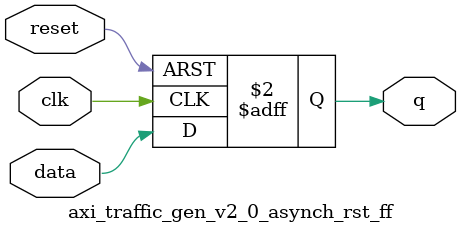
<source format=v>
module axi_traffic_gen_v2_0_asynch_rst_ff (
data  ,
clk    ,
reset ,
q     
);
input data, clk, reset ; 
output q;
(*ASYNC_REG = "TRUE" *) reg q;
always @ ( posedge clk or posedge reset) begin
  if (reset) begin
    q <= 1'b1;
  end  else begin
    q <= data;
  end
end
endmodule
</source>
